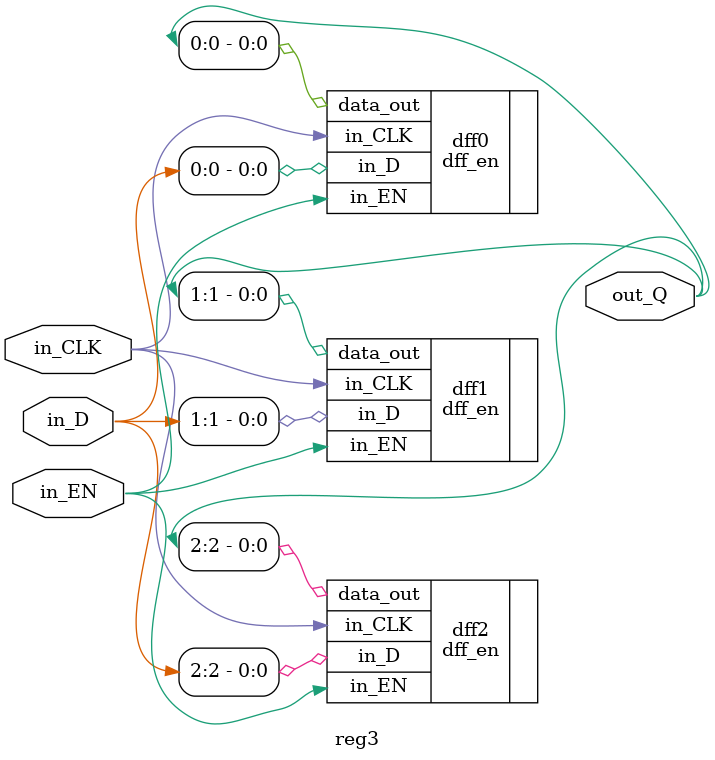
<source format=v>
`timescale 1ns / 1ps

module reg3(
    input [2:0] in_D,
    input in_EN,
    input in_CLK,
    output [2:0] out_Q
    );
    
dff_en dff2 (
	.data_out(out_Q[2]),
	.in_D(in_D[2]),
	.in_CLK(in_CLK),
	.in_EN(in_EN)
);

dff_en dff1 (
	.data_out(out_Q[1]),
	.in_D(in_D[1]),
	.in_CLK(in_CLK),
	.in_EN(in_EN)
);

dff_en dff0 (
	.data_out(out_Q[0]),
	.in_D(in_D[0]),
	.in_CLK(in_CLK),
	.in_EN(in_EN)
);

endmodule

</source>
